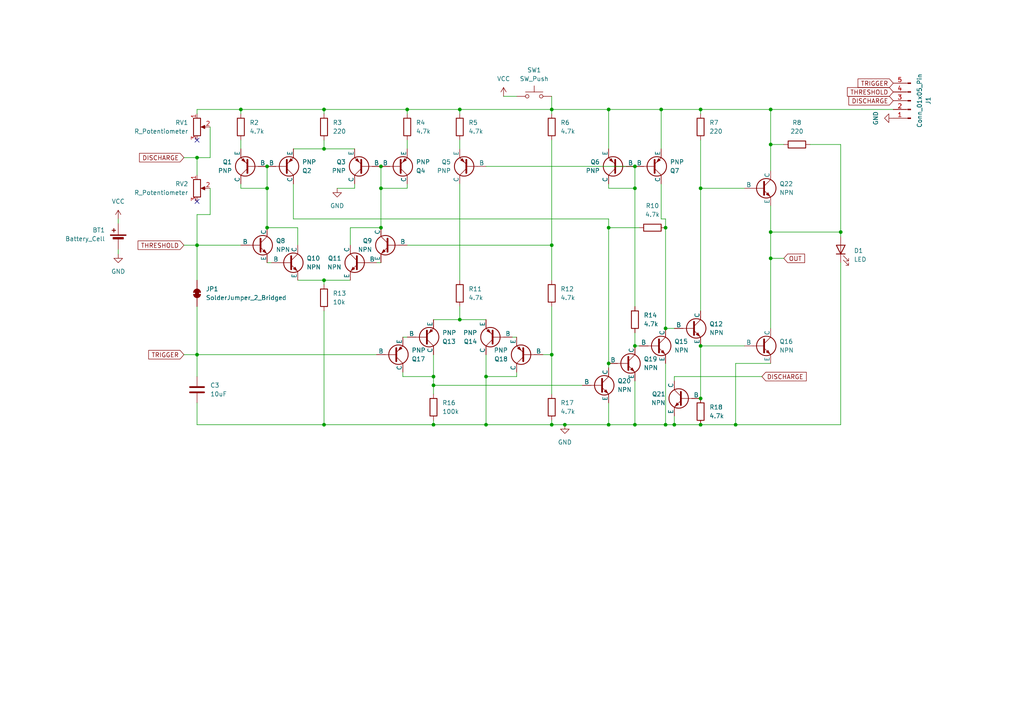
<source format=kicad_sch>
(kicad_sch (version 20250114) (generator "eeschema") (generator_version "9.0")
  (paper "A4")
  (title_block (title "Open555") (date "2025-03-26") (rev "V1.2") (company "Hack Club (cheyao)") (comment 1 "Example project for https://github.com/hackclub/solder") (comment 2 "An 555 IC made with hand soldered transistors"))
  (lib_symbols
    (symbol "Connector:Conn_01x05_Pin" (pin_names (offset 1.016) (hide yes))
      (property "Reference" "J" (at 0 7.62 0))
      (property "Value" "Conn_01x05_Pin" (at 0 -7.62 0))
      (symbol "Conn_01x05_Pin_1_1"
        (rectangle (start 0.8636 5.207) (end 0 4.953) (stroke (width 0.1524)) (fill (type outline)))
        (rectangle (start 0.8636 2.667) (end 0 2.413) (stroke (width 0.1524)) (fill (type outline)))
        (rectangle (start 0.8636 0.127) (end 0 -0.127) (stroke (width 0.1524)) (fill (type outline)))
        (rectangle (start 0.8636 -2.413) (end 0 -2.667) (stroke (width 0.1524)) (fill (type outline)))
        (rectangle (start 0.8636 -4.953) (end 0 -5.207) (stroke (width 0.1524)) (fill (type outline)))
        (polyline (pts (xy 1.27 5.08) (xy 0.8636 5.08)) (stroke (width 0.1524)))
        (polyline (pts (xy 1.27 2.54) (xy 0.8636 2.54)) (stroke (width 0.1524)))
        (polyline (pts (xy 1.27 0) (xy 0.8636 0)) (stroke (width 0.1524)))
        (polyline (pts (xy 1.27 -2.54) (xy 0.8636 -2.54)) (stroke (width 0.1524)))
        (polyline (pts (xy 1.27 -5.08) (xy 0.8636 -5.08)) (stroke (width 0.1524)))
        (pin passive line (at 5.08 5.08 180) (length 3.81) (name "Pin_1") (number "1"))
        (pin passive line (at 5.08 2.54 180) (length 3.81) (name "Pin_2") (number "2"))
        (pin passive line (at 5.08 0 180) (length 3.81) (name "Pin_3") (number "3"))
        (pin passive line (at 5.08 -2.54 180) (length 3.81) (name "Pin_4") (number "4"))
        (pin passive line (at 5.08 -5.08 180) (length 3.81) (name "Pin_5") (number "5"))
      )
    )
    (symbol "Device:Battery_Cell" (pin_numbers (hide yes)) (pin_names (offset 0) (hide yes))
      (property "Reference" "BT" (at 2.54 2.54 0))
      (property "Value" "Battery_Cell" (at 2.54 0 0))
      (symbol "Battery_Cell_0_1"
        (rectangle (start -2.286 1.778) (end 2.286 1.524) (fill (type outline)))
        (rectangle (start -1.524 1.016) (end 1.524 0.508) (fill (type outline)))
        (polyline (pts (xy 0 1.778) (xy 0 2.54)))
        (polyline (pts (xy 0 0.762) (xy 0 0)))
        (polyline (pts (xy 0.762 3.048) (xy 1.778 3.048)) (stroke (width 0.254)))
        (polyline (pts (xy 1.27 3.556) (xy 1.27 2.54)) (stroke (width 0.254)))
      )
      (symbol "Battery_Cell_1_1"
        (pin passive line (at 0 5.08 270) (length 2.54) (name "+") (number "1"))
        (pin passive line (at 0 -2.54 90) (length 2.54) (name "-") (number "2"))
      )
    )
    (symbol "Device:C" (pin_numbers (hide yes)) (pin_names (offset 0.254))
      (property "Reference" "C" (at 0.635 2.54 0))
      (property "Value" "C" (at 0.635 -2.54 0))
      (symbol "C_0_1"
        (polyline (pts (xy -2.032 0.762) (xy 2.032 0.762)) (stroke (width 0.508)))
        (polyline (pts (xy -2.032 -0.762) (xy 2.032 -0.762)) (stroke (width 0.508)))
      )
      (symbol "C_1_1"
        (pin passive line (at 0 3.81 270) (length 2.794) (name "~") (number "1"))
        (pin passive line (at 0 -3.81 90) (length 2.794) (name "~") (number "2"))
      )
    )
    (symbol "Device:LED" (pin_numbers (hide yes)) (pin_names (offset 1.016) (hide yes))
      (property "Reference" "D" (at 0 2.54 0))
      (property "Value" "LED" (at 0 -2.54 0))
      (symbol "LED_0_1"
        (polyline (pts (xy -3.048 -0.762) (xy -4.572 -2.286) (xy -3.81 -2.286) (xy -4.572 -2.286) (xy -4.572 -1.524)))
        (polyline (pts (xy -1.778 -0.762) (xy -3.302 -2.286) (xy -2.54 -2.286) (xy -3.302 -2.286) (xy -3.302 -1.524)))
        (polyline (pts (xy -1.27 0) (xy 1.27 0)))
        (polyline (pts (xy -1.27 -1.27) (xy -1.27 1.27)) (stroke (width 0.254)))
        (polyline (pts (xy 1.27 -1.27) (xy 1.27 1.27) (xy -1.27 0) (xy 1.27 -1.27)) (stroke (width 0.254)))
      )
      (symbol "LED_1_1"
        (pin passive line (at -3.81 0 0) (length 2.54) (name "K") (number "1"))
        (pin passive line (at 3.81 0 180) (length 2.54) (name "A") (number "2"))
      )
    )
    (symbol "Device:R" (pin_numbers (hide yes)) (pin_names (offset 0))
      (property "Reference" "R" (at 2.032 0 90))
      (property "Value" "R" (at 0 0 90))
      (symbol "R_0_1"
        (rectangle (start -1.016 -2.54) (end 1.016 2.54) (stroke (width 0.254)))
      )
      (symbol "R_1_1"
        (pin passive line (at 0 3.81 270) (length 1.27) (name "~") (number "1"))
        (pin passive line (at 0 -3.81 90) (length 1.27) (name "~") (number "2"))
      )
    )
    (symbol "Device:R_Potentiometer" (pin_names (offset 1.016) (hide yes))
      (property "Reference" "RV" (at -4.445 0 90))
      (property "Value" "R_Potentiometer" (at -2.54 0 90))
      (symbol "R_Potentiometer_0_1"
        (rectangle (start 1.016 2.54) (end -1.016 -2.54) (stroke (width 0.254)))
        (polyline (pts (xy 1.143 0) (xy 2.286 0.508) (xy 2.286 -0.508) (xy 1.143 0)) (fill (type outline)))
        (polyline (pts (xy 2.54 0) (xy 1.524 0)))
      )
      (symbol "R_Potentiometer_1_1"
        (pin passive line (at 0 3.81 270) (length 1.27) (name "1") (number "1"))
        (pin passive line (at 0 -3.81 90) (length 1.27) (name "3") (number "3"))
        (pin passive line (at 3.81 0 180) (length 1.27) (name "2") (number "2"))
      )
    )
    (symbol "Jumper:SolderJumper_2_Bridged" (pin_numbers (hide yes)) (pin_names (offset 0) (hide yes)) (exclude_from_sim yes) (in_bom no)
      (property "Reference" "JP" (at 0 2.032 0))
      (property "Value" "SolderJumper_2_Bridged" (at 0 -2.54 0))
      (symbol "SolderJumper_2_Bridged_0_1"
        (rectangle (start -0.508 0.508) (end 0.508 -0.508) (fill (type outline)))
        (polyline (pts (xy -0.254 1.016) (xy -0.254 -1.016)))
        (arc (start -0.254 -1.016) (mid -1.2656 0) (end -0.254 1.016))
        (arc (start -0.254 -1.016) (mid -1.2656 0) (end -0.254 1.016) (fill (type outline)))
        (arc (start 0.254 1.016) (mid 1.2656 0) (end 0.254 -1.016))
        (arc (start 0.254 1.016) (mid 1.2656 0) (end 0.254 -1.016) (fill (type outline)))
        (polyline (pts (xy 0.254 1.016) (xy 0.254 -1.016)))
      )
      (symbol "SolderJumper_2_Bridged_1_1"
        (pin passive line (at -3.81 0 0) (length 2.54) (name "A") (number "1"))
        (pin passive line (at 3.81 0 180) (length 2.54) (name "B") (number "2"))
      )
    )
    (symbol "Simulation_SPICE:NPN" (pin_numbers (hide yes)) (pin_names (offset 0))
      (property "Reference" "Q" (at -2.54 7.62 0))
      (property "Value" "NPN" (at -2.54 5.08 0))
      (symbol "NPN_0_1"
        (polyline (pts (xy -2.54 0) (xy 0.635 0)) (stroke (width 0.1524)))
        (polyline (pts (xy 0.635 1.905) (xy 0.635 -1.905) (xy 0.635 -1.905)) (stroke (width 0.508)))
        (polyline (pts (xy 0.635 0.635) (xy 2.54 2.54)))
        (polyline (pts (xy 0.635 -0.635) (xy 2.54 -2.54) (xy 2.54 -2.54)))
        (circle (center 1.27 0) (radius 2.8194) (stroke (width 0.254)))
        (polyline (pts (xy 1.27 -1.778) (xy 1.778 -1.27) (xy 2.286 -2.286) (xy 1.27 -1.778) (xy 1.27 -1.778)) (fill (type outline)))
        (polyline (pts (xy 2.794 -1.27) (xy 2.794 -1.27)) (stroke (width 0.1524)))
        (polyline (pts (xy 2.794 -1.27) (xy 2.794 -1.27)) (stroke (width 0.1524)))
      )
      (symbol "NPN_1_1"
        (pin input line (at -5.08 0 0) (length 2.54) (name "B") (number "2"))
        (pin open_collector line (at 2.54 5.08 270) (length 2.54) (name "C") (number "1"))
        (pin open_emitter line (at 2.54 -5.08 90) (length 2.54) (name "E") (number "3"))
      )
    )
    (symbol "Simulation_SPICE:PNP" (pin_numbers (hide yes)) (pin_names (offset 0))
      (property "Reference" "Q" (at -2.54 7.62 0))
      (property "Value" "PNP" (at -2.54 5.08 0))
      (symbol "PNP_0_1"
        (polyline (pts (xy -2.54 0) (xy 0.635 0)) (stroke (width 0.1524)))
        (polyline (pts (xy 0.635 1.905) (xy 0.635 -1.905) (xy 0.635 -1.905)) (stroke (width 0.508)))
        (polyline (pts (xy 0.635 0.635) (xy 2.54 2.54)))
        (polyline (pts (xy 0.635 -0.635) (xy 2.54 -2.54) (xy 2.54 -2.54)))
        (circle (center 1.27 0) (radius 2.8194) (stroke (width 0.254)))
        (polyline (pts (xy 2.286 -1.778) (xy 1.778 -2.286) (xy 1.27 -1.27) (xy 2.286 -1.778) (xy 2.286 -1.778)) (fill (type outline)))
      )
      (symbol "PNP_1_1"
        (pin input line (at -5.08 0 0) (length 2.54) (name "B") (number "2"))
        (pin open_collector line (at 2.54 5.08 270) (length 2.54) (name "C") (number "1"))
        (pin open_emitter line (at 2.54 -5.08 90) (length 2.54) (name "E") (number "3"))
      )
    )
    (symbol "Switch:SW_Push" (pin_numbers (hide yes)) (pin_names (offset 1.016) (hide yes))
      (property "Reference" "SW" (at 1.27 2.54 0))
      (property "Value" "SW_Push" (at 0 -1.524 0))
      (symbol "SW_Push_0_1"
        (circle (center -2.032 0) (radius 0.508))
        (polyline (pts (xy 0 1.27) (xy 0 3.048)))
        (circle (center 2.032 0) (radius 0.508))
        (polyline (pts (xy 2.54 1.27) (xy -2.54 1.27)))
        (pin passive line (at -5.08 0 0) (length 2.54) (name "1") (number "1"))
        (pin passive line (at 5.08 0 180) (length 2.54) (name "2") (number "2"))
      )
    )
    (symbol "power:GND" (power) (pin_numbers (hide yes)) (pin_names (offset 0) (hide yes))
      (property "Value" "GND" (at 0 -3.81 0))
      (symbol "GND_0_1"
        (polyline (pts (xy 0 0) (xy 0 -1.27) (xy 1.27 -1.27) (xy 0 -2.54) (xy -1.27 -1.27) (xy 0 -1.27)))
      )
      (symbol "GND_1_1"
        (pin power_in line (at 0 0 270) (length 0) (name "~") (number "1"))
      )
    )
    (symbol "power:VCC" (power) (pin_numbers (hide yes)) (pin_names (offset 0) (hide yes))
      (property "Value" "VCC" (at 0 3.556 0))
      (symbol "VCC_0_1"
        (polyline (pts (xy -0.762 1.27) (xy 0 2.54)))
        (polyline (pts (xy 0 2.54) (xy 0.762 1.27)))
        (polyline (pts (xy 0 0) (xy 0 2.54)))
      )
      (symbol "VCC_1_1"
        (pin power_in line (at 0 0 90) (length 0) (name "~") (number "1"))
      )
    )
  )
  (junction (at 203.2 115.57))
  (junction (at 203.2 54.61))
  (junction (at 160.02 71.12))
  (junction (at 69.85 31.75))
  (junction (at 203.2 123.19))
  (junction (at 160.02 31.75))
  (junction (at 193.04 123.19))
  (junction (at 160.02 102.87))
  (junction (at 57.15 102.87))
  (junction (at 184.15 54.61))
  (junction (at 77.47 66.04))
  (junction (at 223.52 74.93))
  (junction (at 223.52 41.91))
  (junction (at 77.47 54.61))
  (junction (at 191.77 31.75))
  (junction (at 223.52 31.75))
  (junction (at 57.15 71.12))
  (junction (at 110.49 48.26))
  (junction (at 133.35 92.71))
  (junction (at 133.35 31.75))
  (junction (at 184.15 100.33))
  (junction (at 184.15 48.26))
  (junction (at 176.53 123.19))
  (junction (at 203.2 100.33))
  (junction (at 163.83 123.19))
  (junction (at 184.15 123.19))
  (junction (at 140.97 109.22))
  (junction (at 160.02 123.19))
  (junction (at 176.53 31.75))
  (junction (at 140.97 123.19))
  (junction (at 125.73 111.76))
  (junction (at 243.84 67.31))
  (junction (at 193.04 95.25))
  (junction (at 193.04 66.04))
  (junction (at 176.53 105.41))
  (junction (at 125.73 123.19))
  (junction (at 77.47 48.26))
  (junction (at 213.36 123.19))
  (junction (at 195.58 123.19))
  (junction (at 203.2 31.75))
  (junction (at 223.52 67.31))
  (junction (at 93.98 43.18))
  (junction (at 57.15 45.72))
  (junction (at 93.98 123.19))
  (junction (at 93.98 81.28))
  (junction (at 176.53 66.04))
  (junction (at 125.73 109.22))
  (junction (at 110.49 54.61))
  (junction (at 110.49 66.04))
  (junction (at 93.98 31.75))
  (junction (at 118.11 31.75))
  (no_connect (at 57.15 58.42))
  (no_connect (at 57.15 40.64))
  (wire (pts (xy 160.02 27.94) (xy 160.02 31.75)))
  (wire (pts (xy 195.58 120.65) (xy 195.58 123.19)))
  (wire (pts (xy 53.34 71.12) (xy 57.15 71.12)))
  (wire (pts (xy 203.2 31.75) (xy 203.2 33.02)))
  (wire (pts (xy 118.11 31.75) (xy 118.11 33.02)))
  (wire (pts (xy 133.35 88.9) (xy 133.35 92.71)))
  (wire (pts (xy 176.53 31.75) (xy 191.77 31.75)))
  (wire (pts (xy 213.36 105.41) (xy 213.36 123.19)))
  (wire (pts (xy 93.98 33.02) (xy 93.98 31.75)))
  (wire (pts (xy 243.84 41.91) (xy 234.95 41.91)))
  (wire (pts (xy 149.86 107.95) (xy 149.86 109.22)))
  (wire (pts (xy 125.73 109.22) (xy 125.73 102.87)))
  (wire (pts (xy 243.84 76.2) (xy 243.84 123.19)))
  (wire (pts (xy 101.6 66.04) (xy 110.49 66.04)))
  (wire (pts (xy 133.35 33.02) (xy 133.35 31.75)))
  (wire (pts (xy 203.2 100.33) (xy 215.9 100.33)))
  (wire (pts (xy 57.15 45.72) (xy 57.15 50.8)))
  (wire (pts (xy 93.98 123.19) (xy 125.73 123.19)))
  (wire (pts (xy 160.02 31.75) (xy 160.02 33.02)))
  (wire (pts (xy 57.15 31.75) (xy 69.85 31.75)))
  (wire (pts (xy 77.47 76.2) (xy 78.74 76.2)))
  (wire (pts (xy 85.09 63.5) (xy 85.09 53.34)))
  (wire (pts (xy 184.15 110.49) (xy 184.15 123.19)))
  (wire (pts (xy 140.97 48.26) (xy 184.15 48.26)))
  (wire (pts (xy 193.04 95.25) (xy 193.04 66.04)))
  (wire (pts (xy 34.29 72.39) (xy 34.29 73.66)))
  (wire (pts (xy 57.15 88.9) (xy 57.15 102.87)))
  (wire (pts (xy 160.02 123.19) (xy 163.83 123.19)))
  (wire (pts (xy 60.96 62.23) (xy 57.15 62.23)))
  (wire (pts (xy 160.02 31.75) (xy 176.53 31.75)))
  (wire (pts (xy 125.73 111.76) (xy 168.91 111.76)))
  (wire (pts (xy 140.97 109.22) (xy 140.97 123.19)))
  (wire (pts (xy 176.53 54.61) (xy 176.53 53.34)))
  (wire (pts (xy 93.98 81.28) (xy 101.6 81.28)))
  (wire (pts (xy 191.77 63.5) (xy 191.77 53.34)))
  (wire (pts (xy 86.36 66.04) (xy 77.47 66.04)))
  (wire (pts (xy 223.52 67.31) (xy 223.52 74.93)))
  (wire (pts (xy 160.02 88.9) (xy 160.02 102.87)))
  (wire (pts (xy 101.6 71.12) (xy 101.6 66.04)))
  (wire (pts (xy 53.34 45.72) (xy 57.15 45.72)))
  (wire (pts (xy 69.85 31.75) (xy 93.98 31.75)))
  (wire (pts (xy 57.15 102.87) (xy 57.15 109.22)))
  (wire (pts (xy 60.96 54.61) (xy 60.96 62.23)))
  (wire (pts (xy 223.52 95.25) (xy 223.52 74.93)))
  (wire (pts (xy 223.52 41.91) (xy 223.52 49.53)))
  (wire (pts (xy 69.85 40.64) (xy 69.85 43.18)))
  (wire (pts (xy 69.85 54.61) (xy 69.85 53.34)))
  (wire (pts (xy 193.04 95.25) (xy 195.58 95.25)))
  (wire (pts (xy 86.36 71.12) (xy 86.36 66.04)))
  (wire (pts (xy 34.29 63.5) (xy 34.29 64.77)))
  (wire (pts (xy 184.15 96.52) (xy 184.15 100.33)))
  (wire (pts (xy 223.52 31.75) (xy 223.52 41.91)))
  (wire (pts (xy 118.11 31.75) (xy 133.35 31.75)))
  (wire (pts (xy 160.02 102.87) (xy 157.48 102.87)))
  (wire (pts (xy 149.86 97.79) (xy 148.59 97.79)))
  (wire (pts (xy 85.09 43.18) (xy 93.98 43.18)))
  (wire (pts (xy 116.84 97.79) (xy 118.11 97.79)))
  (wire (pts (xy 146.05 27.94) (xy 149.86 27.94)))
  (wire (pts (xy 176.53 66.04) (xy 176.53 105.41)))
  (wire (pts (xy 110.49 48.26) (xy 110.49 54.61)))
  (wire (pts (xy 133.35 53.34) (xy 133.35 81.28)))
  (wire (pts (xy 195.58 123.19) (xy 203.2 123.19)))
  (wire (pts (xy 193.04 66.04) (xy 193.04 63.5)))
  (wire (pts (xy 57.15 102.87) (xy 109.22 102.87)))
  (wire (pts (xy 93.98 90.17) (xy 93.98 123.19)))
  (wire (pts (xy 163.83 123.19) (xy 176.53 123.19)))
  (wire (pts (xy 57.15 71.12) (xy 57.15 81.28)))
  (wire (pts (xy 60.96 45.72) (xy 57.15 45.72)))
  (wire (pts (xy 118.11 40.64) (xy 118.11 43.18)))
  (wire (pts (xy 118.11 71.12) (xy 160.02 71.12)))
  (wire (pts (xy 176.53 63.5) (xy 176.53 66.04)))
  (wire (pts (xy 125.73 109.22) (xy 125.73 111.76)))
  (wire (pts (xy 203.2 100.33) (xy 203.2 115.57)))
  (wire (pts (xy 140.97 123.19) (xy 160.02 123.19)))
  (wire (pts (xy 125.73 111.76) (xy 125.73 114.3)))
  (wire (pts (xy 243.84 41.91) (xy 243.84 67.31)))
  (wire (pts (xy 93.98 31.75) (xy 118.11 31.75)))
  (wire (pts (xy 160.02 123.19) (xy 160.02 121.92)))
  (wire (pts (xy 191.77 31.75) (xy 191.77 43.18)))
  (wire (pts (xy 176.53 116.84) (xy 176.53 123.19)))
  (wire (pts (xy 195.58 109.22) (xy 220.98 109.22)))
  (wire (pts (xy 57.15 62.23) (xy 57.15 71.12)))
  (wire (pts (xy 57.15 123.19) (xy 57.15 116.84)))
  (wire (pts (xy 69.85 31.75) (xy 69.85 33.02)))
  (wire (pts (xy 93.98 40.64) (xy 93.98 43.18)))
  (wire (pts (xy 215.9 54.61) (xy 203.2 54.61)))
  (wire (pts (xy 160.02 81.28) (xy 160.02 71.12)))
  (wire (pts (xy 93.98 43.18) (xy 102.87 43.18)))
  (wire (pts (xy 116.84 109.22) (xy 125.73 109.22)))
  (wire (pts (xy 140.97 102.87) (xy 140.97 109.22)))
  (wire (pts (xy 140.97 109.22) (xy 149.86 109.22)))
  (wire (pts (xy 93.98 81.28) (xy 93.98 82.55)))
  (wire (pts (xy 77.47 48.26) (xy 77.47 54.61)))
  (wire (pts (xy 110.49 76.2) (xy 109.22 76.2)))
  (wire (pts (xy 85.09 63.5) (xy 176.53 63.5)))
  (wire (pts (xy 193.04 123.19) (xy 184.15 123.19)))
  (wire (pts (xy 195.58 109.22) (xy 195.58 110.49)))
  (wire (pts (xy 110.49 54.61) (xy 110.49 66.04)))
  (wire (pts (xy 176.53 43.18) (xy 176.53 31.75)))
  (wire (pts (xy 203.2 123.19) (xy 213.36 123.19)))
  (wire (pts (xy 102.87 54.61) (xy 102.87 53.34)))
  (wire (pts (xy 125.73 92.71) (xy 133.35 92.71)))
  (wire (pts (xy 223.52 105.41) (xy 213.36 105.41)))
  (wire (pts (xy 184.15 54.61) (xy 176.53 54.61)))
  (wire (pts (xy 176.53 105.41) (xy 176.53 106.68)))
  (wire (pts (xy 213.36 123.19) (xy 243.84 123.19)))
  (wire (pts (xy 86.36 81.28) (xy 93.98 81.28)))
  (wire (pts (xy 140.97 123.19) (xy 125.73 123.19)))
  (wire (pts (xy 133.35 92.71) (xy 140.97 92.71)))
  (wire (pts (xy 118.11 53.34) (xy 118.11 54.61)))
  (wire (pts (xy 69.85 54.61) (xy 77.47 54.61)))
  (wire (pts (xy 227.33 74.93) (xy 223.52 74.93)))
  (wire (pts (xy 60.96 36.83) (xy 60.96 45.72)))
  (wire (pts (xy 116.84 107.95) (xy 116.84 109.22)))
  (wire (pts (xy 184.15 100.33) (xy 185.42 100.33)))
  (wire (pts (xy 227.33 41.91) (xy 223.52 41.91)))
  (wire (pts (xy 93.98 123.19) (xy 57.15 123.19)))
  (wire (pts (xy 223.52 31.75) (xy 203.2 31.75)))
  (wire (pts (xy 191.77 31.75) (xy 203.2 31.75)))
  (wire (pts (xy 57.15 71.12) (xy 69.85 71.12)))
  (wire (pts (xy 97.79 54.61) (xy 102.87 54.61)))
  (wire (pts (xy 125.73 123.19) (xy 125.73 121.92)))
  (wire (pts (xy 193.04 63.5) (xy 191.77 63.5)))
  (wire (pts (xy 193.04 105.41) (xy 193.04 123.19)))
  (wire (pts (xy 133.35 31.75) (xy 160.02 31.75)))
  (wire (pts (xy 176.53 66.04) (xy 185.42 66.04)))
  (wire (pts (xy 203.2 54.61) (xy 203.2 90.17)))
  (wire (pts (xy 133.35 40.64) (xy 133.35 43.18)))
  (wire (pts (xy 223.52 31.75) (xy 259.08 31.75)))
  (wire (pts (xy 160.02 114.3) (xy 160.02 102.87)))
  (wire (pts (xy 223.52 59.69) (xy 223.52 67.31)))
  (wire (pts (xy 243.84 68.58) (xy 243.84 67.31)))
  (wire (pts (xy 223.52 67.31) (xy 243.84 67.31)))
  (wire (pts (xy 193.04 123.19) (xy 195.58 123.19)))
  (wire (pts (xy 118.11 54.61) (xy 110.49 54.61)))
  (wire (pts (xy 57.15 33.02) (xy 57.15 31.75)))
  (wire (pts (xy 184.15 54.61) (xy 184.15 88.9)))
  (wire (pts (xy 184.15 48.26) (xy 184.15 54.61)))
  (wire (pts (xy 184.15 123.19) (xy 176.53 123.19)))
  (wire (pts (xy 77.47 54.61) (xy 77.47 66.04)))
  (wire (pts (xy 160.02 71.12) (xy 160.02 40.64)))
  (wire (pts (xy 203.2 40.64) (xy 203.2 54.61)))
  (wire (pts (xy 53.34 102.87) (xy 57.15 102.87)))
  (global_label "THRESHOLD" (shape input) (at 53.34 71.12 180) (property "Intersheetrefs" "${INTERSHEET_REFS}" (effects (hide yes))))
  (global_label "DISCHARGE" (shape input) (at 259.08 29.21 180) (property "Intersheetrefs" "${INTERSHEET_REFS}" (effects (hide yes))))
  (global_label "OUT" (shape input) (at 227.33 74.93 0) (property "Intersheetrefs" "${INTERSHEET_REFS}" (effects (hide yes))))
  (global_label "DISCHARGE" (shape input) (at 220.98 109.22 0) (property "Intersheetrefs" "${INTERSHEET_REFS}" (effects (hide yes))))
  (global_label "TRIGGER" (shape input) (at 259.08 24.13 180) (property "Intersheetrefs" "${INTERSHEET_REFS}" (effects (hide yes))))
  (global_label "THRESHOLD" (shape input) (at 259.08 26.67 180) (property "Intersheetrefs" "${INTERSHEET_REFS}" (effects (hide yes))))
  (global_label "DISCHARGE" (shape input) (at 53.34 45.72 180) (property "Intersheetrefs" "${INTERSHEET_REFS}" (effects (hide yes))))
  (global_label "TRIGGER" (shape input) (at 53.34 102.87 180) (property "Intersheetrefs" "${INTERSHEET_REFS}" (effects (hide yes))))
  (symbol (lib_id "Device:R") (at 160.02 118.11 0) (unit 1)
    (property "Reference" "R17" (at 162.56 116.8399 0) (effects (justify left)))
    (property "Value" "4.7k" (at 162.56 119.3799 0) (effects (justify left)))
    (property "Footprint" "Resistor_THT:R_Axial_DIN0207_L6.3mm_D2.5mm_P7.62mm_Horizontal" (effects (hide yes)))
    (property "Description" "Resistor" (effects (hide yes)))
  )
  (symbol (lib_id "Device:R") (at 160.02 85.09 0) (unit 1)
    (property "Reference" "R12" (at 162.56 83.8199 0) (effects (justify left)))
    (property "Value" "4.7k" (at 162.56 86.3599 0) (effects (justify left)))
    (property "Footprint" "Resistor_THT:R_Axial_DIN0207_L6.3mm_D2.5mm_P7.62mm_Horizontal" (effects (hide yes)))
    (property "Description" "Resistor" (effects (hide yes)))
  )
  (symbol (lib_id "Jumper:SolderJumper_2_Bridged") (at 57.15 85.09 90) (unit 1) (exclude_from_sim yes) (in_bom no)
    (property "Reference" "JP1" (at 59.69 83.8199 90) (effects (justify right)))
    (property "Value" "SolderJumper_2_Bridged" (at 59.69 86.3599 90) (effects (justify right)))
    (property "Footprint" "Jumper:SolderJumper-2_P1.3mm_Bridged2Bar_RoundedPad1.0x1.5mm" (effects (hide yes)))
    (property "Description" "Solder Jumper, 2-pole, closed/bridged" (effects (hide yes)))
  )
  (symbol (lib_id "Simulation_SPICE:NPN") (at 220.98 100.33 0) (unit 1)
    (property "Reference" "Q16" (at 226.06 99.0599 0) (effects (justify left)))
    (property "Value" "NPN" (at 226.06 101.5999 0) (effects (justify left)))
    (property "Footprint" "Package_TO_SOT_THT:TO-92L_HandSolder" (effects (hide yes)))
    (property "Datasheet" "https://ngspice.sourceforge.io/docs/ngspice-html-manual/manual.xhtml#cha_BJTs" (effects (hide yes)))
    (property "Description" "Bipolar transistor symbol for simulation only, substrate tied to the emitter" (effects (hide yes)))
    (property "Sim.Device" "NPN" (effects (hide yes)))
    (property "Sim.Type" "GUMMELPOON" (effects (hide yes)))
    (property "Sim.Pins" "1=C 2=B 3=E" (effects (hide yes)))
  )
  (symbol (lib_id "Device:R") (at 125.73 118.11 0) (unit 1)
    (property "Reference" "R16" (at 128.27 116.8399 0) (effects (justify left)))
    (property "Value" "100k" (at 128.27 119.3799 0) (effects (justify left)))
    (property "Footprint" "Resistor_THT:R_Axial_DIN0207_L6.3mm_D2.5mm_P7.62mm_Horizontal" (effects (hide yes)))
    (property "Description" "Resistor" (effects (hide yes)))
  )
  (symbol (lib_id "Device:R") (at 133.35 85.09 0) (unit 1)
    (property "Reference" "R11" (at 135.89 83.8199 0) (effects (justify left)))
    (property "Value" "4.7k" (at 135.89 86.3599 0) (effects (justify left)))
    (property "Footprint" "Resistor_THT:R_Axial_DIN0207_L6.3mm_D2.5mm_P7.62mm_Horizontal" (effects (hide yes)))
    (property "Description" "Resistor" (effects (hide yes)))
  )
  (symbol (lib_id "Simulation_SPICE:PNP") (at 143.51 97.79 180) (unit 1)
    (property "Reference" "Q14" (at 138.43 99.0601 0) (effects (justify left)))
    (property "Value" "PNP" (at 138.43 96.5201 0) (effects (justify left)))
    (property "Footprint" "Package_TO_SOT_THT:TO-92L_HandSolder" (effects (hide yes)))
    (property "Datasheet" "https://ngspice.sourceforge.io/docs/ngspice-html-manual/manual.xhtml#cha_BJTs" (effects (hide yes)))
    (property "Description" "Bipolar transistor symbol for simulation only, substrate tied to the emitter" (effects (hide yes)))
    (property "Sim.Device" "PNP" (effects (hide yes)))
    (property "Sim.Type" "GUMMELPOON" (effects (hide yes)))
    (property "Sim.Pins" "1=C 2=B 3=E" (effects (hide yes)))
  )
  (symbol (lib_id "Simulation_SPICE:PNP") (at 114.3 102.87 0) (mirror x) (unit 1)
    (property "Reference" "Q17" (at 119.38 104.1401 0) (effects (justify left)))
    (property "Value" "PNP" (at 119.38 101.6001 0) (effects (justify left)))
    (property "Footprint" "Package_TO_SOT_THT:TO-92L_HandSolder" (effects (hide yes)))
    (property "Datasheet" "https://ngspice.sourceforge.io/docs/ngspice-html-manual/manual.xhtml#cha_BJTs" (effects (hide yes)))
    (property "Description" "Bipolar transistor symbol for simulation only, substrate tied to the emitter" (effects (hide yes)))
    (property "Sim.Device" "PNP" (effects (hide yes)))
    (property "Sim.Type" "GUMMELPOON" (effects (hide yes)))
    (property "Sim.Pins" "1=C 2=B 3=E" (effects (hide yes)))
  )
  (symbol (lib_id "Device:R") (at 203.2 36.83 180) (unit 1)
    (property "Reference" "R7" (at 205.74 35.5599 0) (effects (justify right)))
    (property "Value" "220" (at 205.74 38.0999 0) (effects (justify right)))
    (property "Footprint" "Resistor_THT:R_Axial_DIN0207_L6.3mm_D2.5mm_P7.62mm_Horizontal" (effects (hide yes)))
    (property "Description" "Resistor" (effects (hide yes)))
  )
  (symbol (lib_id "Device:C") (at 57.15 113.03 0) (unit 1)
    (property "Reference" "C3" (at 60.96 111.7599 0) (effects (justify left)))
    (property "Value" "10uF" (at 60.96 114.2999 0) (effects (justify left)))
    (property "Footprint" "Capacitor_THT:CP_Radial_D8.0mm_P5.00mm" (effects (hide yes)))
    (property "Description" "Unpolarized capacitor" (effects (hide yes)))
  )
  (symbol (lib_id "Device:R") (at 203.2 119.38 0) (unit 1)
    (property "Reference" "R18" (at 205.74 118.1099 0) (effects (justify left)))
    (property "Value" "4.7k" (at 205.74 120.6499 0) (effects (justify left)))
    (property "Footprint" "Resistor_THT:R_Axial_DIN0207_L6.3mm_D2.5mm_P7.62mm_Horizontal" (effects (hide yes)))
    (property "Description" "Resistor" (effects (hide yes)))
  )
  (symbol (lib_id "Simulation_SPICE:NPN") (at 200.66 95.25 0) (unit 1)
    (property "Reference" "Q12" (at 205.74 93.9799 0) (effects (justify left)))
    (property "Value" "NPN" (at 205.74 96.5199 0) (effects (justify left)))
    (property "Footprint" "Package_TO_SOT_THT:TO-92L_HandSolder" (effects (hide yes)))
    (property "Datasheet" "https://ngspice.sourceforge.io/docs/ngspice-html-manual/manual.xhtml#cha_BJTs" (effects (hide yes)))
    (property "Description" "Bipolar transistor symbol for simulation only, substrate tied to the emitter" (effects (hide yes)))
    (property "Sim.Device" "NPN" (effects (hide yes)))
    (property "Sim.Type" "GUMMELPOON" (effects (hide yes)))
    (property "Sim.Pins" "1=C 2=B 3=E" (effects (hide yes)))
  )
  (symbol (lib_id "power:VCC") (at 34.29 63.5 0) (unit 1)
    (property "Reference" "#PWR05" (effects (hide yes)))
    (property "Value" "VCC" (at 34.29 58.42 0))
    (property "Description" "Power symbol creates a global label with name \"VCC\"" (effects (hide yes)))
  )
  (symbol (lib_id "Device:R") (at 93.98 86.36 0) (unit 1)
    (property "Reference" "R13" (at 96.52 85.0899 0) (effects (justify left)))
    (property "Value" "10k" (at 96.52 87.6299 0) (effects (justify left)))
    (property "Footprint" "Resistor_THT:R_Axial_DIN0207_L6.3mm_D2.5mm_P7.62mm_Horizontal" (effects (hide yes)))
    (property "Description" "Resistor" (effects (hide yes)))
  )
  (symbol (lib_id "Simulation_SPICE:NPN") (at 83.82 76.2 0) (unit 1)
    (property "Reference" "Q10" (at 88.9 74.9299 0) (effects (justify left)))
    (property "Value" "NPN" (at 88.9 77.4699 0) (effects (justify left)))
    (property "Footprint" "Package_TO_SOT_THT:TO-92L_HandSolder" (effects (hide yes)))
    (property "Datasheet" "https://ngspice.sourceforge.io/docs/ngspice-html-manual/manual.xhtml#cha_BJTs" (effects (hide yes)))
    (property "Description" "Bipolar transistor symbol for simulation only, substrate tied to the emitter" (effects (hide yes)))
    (property "Sim.Device" "NPN" (effects (hide yes)))
    (property "Sim.Type" "GUMMELPOON" (effects (hide yes)))
    (property "Sim.Pins" "1=C 2=B 3=E" (effects (hide yes)))
  )
  (symbol (lib_id "Device:R_Potentiometer") (at 57.15 54.61 0) (unit 1)
    (property "Reference" "RV2" (at 54.61 53.3399 0) (effects (justify right)))
    (property "Value" "R_Potentiometer" (at 54.61 55.8799 0) (effects (justify right)))
    (property "Footprint" "Potentiometer_THT:Potentiometer_Runtron_RM-065_Vertical" (effects (hide yes)))
    (property "Description" "Potentiometer" (effects (hide yes)))
  )
  (symbol (lib_id "Device:R") (at 133.35 36.83 0) (unit 1)
    (property "Reference" "R5" (at 135.89 35.5599 0) (effects (justify left)))
    (property "Value" "4.7k" (at 135.89 38.0999 0) (effects (justify left)))
    (property "Footprint" "Resistor_THT:R_Axial_DIN0207_L6.3mm_D2.5mm_P7.62mm_Horizontal" (effects (hide yes)))
    (property "Description" "Resistor" (effects (hide yes)))
  )
  (symbol (lib_id "power:GND") (at 259.08 34.29 270) (unit 1)
    (property "Reference" "#PWR04" (effects (hide yes)))
    (property "Value" "GND" (at 254 34.29 0))
    (property "Description" "Power symbol creates a global label with name \"GND\" , ground" (effects (hide yes)))
  )
  (symbol (lib_id "Device:R") (at 69.85 36.83 0) (unit 1)
    (property "Reference" "R2" (at 72.39 35.5599 0) (effects (justify left)))
    (property "Value" "4.7k" (at 72.39 38.0999 0) (effects (justify left)))
    (property "Footprint" "Resistor_THT:R_Axial_DIN0207_L6.3mm_D2.5mm_P7.62mm_Horizontal" (effects (hide yes)))
    (property "Description" "Resistor" (effects (hide yes)))
  )
  (symbol (lib_id "Device:R") (at 184.15 92.71 0) (unit 1)
    (property "Reference" "R14" (at 186.69 91.4399 0) (effects (justify left)))
    (property "Value" "4.7k" (at 186.69 93.9799 0) (effects (justify left)))
    (property "Footprint" "Resistor_THT:R_Axial_DIN0207_L6.3mm_D2.5mm_P7.62mm_Horizontal" (effects (hide yes)))
    (property "Description" "Resistor" (effects (hide yes)))
  )
  (symbol (lib_id "Simulation_SPICE:NPN") (at 190.5 100.33 0) (unit 1)
    (property "Reference" "Q15" (at 195.58 99.0599 0) (effects (justify left)))
    (property "Value" "NPN" (at 195.58 101.5999 0) (effects (justify left)))
    (property "Footprint" "Package_TO_SOT_THT:TO-92L_HandSolder" (effects (hide yes)))
    (property "Datasheet" "https://ngspice.sourceforge.io/docs/ngspice-html-manual/manual.xhtml#cha_BJTs" (effects (hide yes)))
    (property "Description" "Bipolar transistor symbol for simulation only, substrate tied to the emitter" (effects (hide yes)))
    (property "Sim.Device" "NPN" (effects (hide yes)))
    (property "Sim.Type" "GUMMELPOON" (effects (hide yes)))
    (property "Sim.Pins" "1=C 2=B 3=E" (effects (hide yes)))
  )
  (symbol (lib_id "Connector:Conn_01x05_Pin") (at 264.16 29.21 180) (unit 1)
    (property "Reference" "J1" (at 269.24 29.21 90))
    (property "Value" "Conn_01x05_Pin" (at 266.7 29.21 90))
    (property "Footprint" "Connector_PinHeader_2.54mm:PinHeader_1x05_P2.54mm_Vertical" (effects (hide yes)))
    (property "Description" "Generic connector, single row, 01x05, script generated" (effects (hide yes)))
  )
  (symbol (lib_id "Simulation_SPICE:PNP") (at 152.4 102.87 180) (unit 1)
    (property "Reference" "Q18" (at 147.32 104.1401 0) (effects (justify left)))
    (property "Value" "PNP" (at 147.32 101.6001 0) (effects (justify left)))
    (property "Footprint" "Package_TO_SOT_THT:TO-92L_HandSolder" (effects (hide yes)))
    (property "Datasheet" "https://ngspice.sourceforge.io/docs/ngspice-html-manual/manual.xhtml#cha_BJTs" (effects (hide yes)))
    (property "Description" "Bipolar transistor symbol for simulation only, substrate tied to the emitter" (effects (hide yes)))
    (property "Sim.Device" "PNP" (effects (hide yes)))
    (property "Sim.Type" "GUMMELPOON" (effects (hide yes)))
    (property "Sim.Pins" "1=C 2=B 3=E" (effects (hide yes)))
  )
  (symbol (lib_id "Simulation_SPICE:PNP") (at 179.07 48.26 180) (unit 1)
    (property "Reference" "Q6" (at 173.99 46.9899 0) (effects (justify left)))
    (property "Value" "PNP" (at 173.99 49.5299 0) (effects (justify left)))
    (property "Footprint" "Package_TO_SOT_THT:TO-92L_HandSolder" (effects (hide yes)))
    (property "Datasheet" "https://ngspice.sourceforge.io/docs/ngspice-html-manual/manual.xhtml#cha_BJTs" (effects (hide yes)))
    (property "Description" "Bipolar transistor symbol for simulation only, substrate tied to the emitter" (effects (hide yes)))
    (property "Sim.Device" "PNP" (effects (hide yes)))
    (property "Sim.Type" "GUMMELPOON" (effects (hide yes)))
    (property "Sim.Pins" "1=C 2=B 3=E" (effects (hide yes)))
  )
  (symbol (lib_id "Simulation_SPICE:PNP") (at 72.39 48.26 180) (unit 1)
    (property "Reference" "Q1" (at 67.31 46.9899 0) (effects (justify left)))
    (property "Value" "PNP" (at 67.31 49.5299 0) (effects (justify left)))
    (property "Footprint" "Package_TO_SOT_THT:TO-92L_HandSolder" (effects (hide yes)))
    (property "Datasheet" "https://ngspice.sourceforge.io/docs/ngspice-html-manual/manual.xhtml#cha_BJTs" (effects (hide yes)))
    (property "Description" "Bipolar transistor symbol for simulation only, substrate tied to the emitter" (effects (hide yes)))
    (property "Sim.Device" "PNP" (effects (hide yes)))
    (property "Sim.Type" "GUMMELPOON" (effects (hide yes)))
    (property "Sim.Pins" "1=C 2=B 3=E" (effects (hide yes)))
  )
  (symbol (lib_id "Simulation_SPICE:PNP") (at 189.23 48.26 0) (mirror x) (unit 1)
    (property "Reference" "Q7" (at 194.31 49.5301 0) (effects (justify left)))
    (property "Value" "PNP" (at 194.31 46.9901 0) (effects (justify left)))
    (property "Footprint" "Package_TO_SOT_THT:TO-92L_HandSolder" (effects (hide yes)))
    (property "Datasheet" "https://ngspice.sourceforge.io/docs/ngspice-html-manual/manual.xhtml#cha_BJTs" (effects (hide yes)))
    (property "Description" "Bipolar transistor symbol for simulation only, substrate tied to the emitter" (effects (hide yes)))
    (property "Sim.Device" "PNP" (effects (hide yes)))
    (property "Sim.Type" "GUMMELPOON" (effects (hide yes)))
    (property "Sim.Pins" "1=C 2=B 3=E" (effects (hide yes)))
  )
  (symbol (lib_id "Simulation_SPICE:PNP") (at 105.41 48.26 180) (unit 1)
    (property "Reference" "Q3" (at 100.33 46.9899 0) (effects (justify left)))
    (property "Value" "PNP" (at 100.33 49.5299 0) (effects (justify left)))
    (property "Footprint" "Package_TO_SOT_THT:TO-92L_HandSolder" (effects (hide yes)))
    (property "Datasheet" "https://ngspice.sourceforge.io/docs/ngspice-html-manual/manual.xhtml#cha_BJTs" (effects (hide yes)))
    (property "Description" "Bipolar transistor symbol for simulation only, substrate tied to the emitter" (effects (hide yes)))
    (property "Sim.Device" "PNP" (effects (hide yes)))
    (property "Sim.Type" "GUMMELPOON" (effects (hide yes)))
    (property "Sim.Pins" "1=C 2=B 3=E" (effects (hide yes)))
  )
  (symbol (lib_id "Simulation_SPICE:PNP") (at 135.89 48.26 180) (unit 1)
    (property "Reference" "Q5" (at 130.81 46.9899 0) (effects (justify left)))
    (property "Value" "PNP" (at 130.81 49.5299 0) (effects (justify left)))
    (property "Footprint" "Package_TO_SOT_THT:TO-92L_HandSolder" (effects (hide yes)))
    (property "Datasheet" "https://ngspice.sourceforge.io/docs/ngspice-html-manual/manual.xhtml#cha_BJTs" (effects (hide yes)))
    (property "Description" "Bipolar transistor symbol for simulation only, substrate tied to the emitter" (effects (hide yes)))
    (property "Sim.Device" "PNP" (effects (hide yes)))
    (property "Sim.Type" "GUMMELPOON" (effects (hide yes)))
    (property "Sim.Pins" "1=C 2=B 3=E" (effects (hide yes)))
  )
  (symbol (lib_id "power:GND") (at 34.29 73.66 0) (unit 1)
    (property "Reference" "#PWR06" (effects (hide yes)))
    (property "Value" "GND" (at 34.29 78.74 0))
    (property "Description" "Power symbol creates a global label with name \"GND\" , ground" (effects (hide yes)))
  )
  (symbol (lib_id "Simulation_SPICE:NPN") (at 113.03 71.12 0) (mirror y) (unit 1)
    (property "Reference" "Q9" (at 107.95 69.8499 0) (effects (justify left)))
    (property "Value" "NPN" (at 107.95 72.3899 0) (effects (justify left)))
    (property "Footprint" "Package_TO_SOT_THT:TO-92L_HandSolder" (effects (hide yes)))
    (property "Datasheet" "https://ngspice.sourceforge.io/docs/ngspice-html-manual/manual.xhtml#cha_BJTs" (effects (hide yes)))
    (property "Description" "Bipolar transistor symbol for simulation only, substrate tied to the emitter" (effects (hide yes)))
    (property "Sim.Device" "NPN" (effects (hide yes)))
    (property "Sim.Type" "GUMMELPOON" (effects (hide yes)))
    (property "Sim.Pins" "1=C 2=B 3=E" (effects (hide yes)))
  )
  (symbol (lib_id "power:GND") (at 97.79 54.61 0) (unit 1)
    (property "Reference" "#PWR02" (effects (hide yes)))
    (property "Value" "GND" (at 97.79 59.69 0))
    (property "Description" "Power symbol creates a global label with name \"GND\" , ground" (effects (hide yes)))
  )
  (symbol (lib_id "Simulation_SPICE:NPN") (at 220.98 54.61 0) (unit 1)
    (property "Reference" "Q22" (at 226.06 53.3399 0) (effects (justify left)))
    (property "Value" "NPN" (at 226.06 55.8799 0) (effects (justify left)))
    (property "Footprint" "Package_TO_SOT_THT:TO-92L_HandSolder" (effects (hide yes)))
    (property "Datasheet" "https://ngspice.sourceforge.io/docs/ngspice-html-manual/manual.xhtml#cha_BJTs" (effects (hide yes)))
    (property "Description" "Bipolar transistor symbol for simulation only, substrate tied to the emitter" (effects (hide yes)))
    (property "Sim.Device" "NPN" (effects (hide yes)))
    (property "Sim.Type" "GUMMELPOON" (effects (hide yes)))
    (property "Sim.Pins" "1=C 2=B 3=E" (effects (hide yes)))
  )
  (symbol (lib_id "Simulation_SPICE:NPN") (at 104.14 76.2 0) (mirror y) (unit 1)
    (property "Reference" "Q11" (at 99.06 74.9299 0) (effects (justify left)))
    (property "Value" "NPN" (at 99.06 77.4699 0) (effects (justify left)))
    (property "Footprint" "Package_TO_SOT_THT:TO-92L_HandSolder" (effects (hide yes)))
    (property "Datasheet" "https://ngspice.sourceforge.io/docs/ngspice-html-manual/manual.xhtml#cha_BJTs" (effects (hide yes)))
    (property "Description" "Bipolar transistor symbol for simulation only, substrate tied to the emitter" (effects (hide yes)))
    (property "Sim.Device" "NPN" (effects (hide yes)))
    (property "Sim.Type" "GUMMELPOON" (effects (hide yes)))
    (property "Sim.Pins" "1=C 2=B 3=E" (effects (hide yes)))
  )
  (symbol (lib_id "Simulation_SPICE:NPN") (at 181.61 105.41 0) (unit 1)
    (property "Reference" "Q19" (at 186.69 104.1399 0) (effects (justify left)))
    (property "Value" "NPN" (at 186.69 106.6799 0) (effects (justify left)))
    (property "Footprint" "Package_TO_SOT_THT:TO-92L_HandSolder" (effects (hide yes)))
    (property "Datasheet" "https://ngspice.sourceforge.io/docs/ngspice-html-manual/manual.xhtml#cha_BJTs" (effects (hide yes)))
    (property "Description" "Bipolar transistor symbol for simulation only, substrate tied to the emitter" (effects (hide yes)))
    (property "Sim.Device" "NPN" (effects (hide yes)))
    (property "Sim.Type" "GUMMELPOON" (effects (hide yes)))
    (property "Sim.Pins" "1=C 2=B 3=E" (effects (hide yes)))
  )
  (symbol (lib_id "Device:R_Potentiometer") (at 57.15 36.83 0) (unit 1)
    (property "Reference" "RV1" (at 54.61 35.5599 0) (effects (justify right)))
    (property "Value" "R_Potentiometer" (at 54.61 38.0999 0) (effects (justify right)))
    (property "Footprint" "Potentiometer_THT:Potentiometer_Runtron_RM-065_Vertical" (effects (hide yes)))
    (property "Description" "Potentiometer" (effects (hide yes)))
  )
  (symbol (lib_id "Device:R") (at 93.98 36.83 0) (unit 1)
    (property "Reference" "R3" (at 96.52 35.5599 0) (effects (justify left)))
    (property "Value" "220" (at 96.52 38.0999 0) (effects (justify left)))
    (property "Footprint" "Resistor_THT:R_Axial_DIN0207_L6.3mm_D2.5mm_P7.62mm_Horizontal" (effects (hide yes)))
    (property "Description" "Resistor" (effects (hide yes)))
  )
  (symbol (lib_id "Device:R") (at 118.11 36.83 0) (unit 1)
    (property "Reference" "R4" (at 120.65 35.5599 0) (effects (justify left)))
    (property "Value" "4.7k" (at 120.65 38.0999 0) (effects (justify left)))
    (property "Footprint" "Resistor_THT:R_Axial_DIN0207_L6.3mm_D2.5mm_P7.62mm_Horizontal" (effects (hide yes)))
    (property "Description" "Resistor" (effects (hide yes)))
  )
  (symbol (lib_id "Simulation_SPICE:NPN") (at 74.93 71.12 0) (unit 1)
    (property "Reference" "Q8" (at 80.01 69.8499 0) (effects (justify left)))
    (property "Value" "NPN" (at 80.01 72.3899 0) (effects (justify left)))
    (property "Footprint" "Package_TO_SOT_THT:TO-92L_HandSolder" (effects (hide yes)))
    (property "Datasheet" "https://ngspice.sourceforge.io/docs/ngspice-html-manual/manual.xhtml#cha_BJTs" (effects (hide yes)))
    (property "Description" "Bipolar transistor symbol for simulation only, substrate tied to the emitter" (effects (hide yes)))
    (property "Sim.Device" "NPN" (effects (hide yes)))
    (property "Sim.Type" "GUMMELPOON" (effects (hide yes)))
    (property "Sim.Pins" "1=C 2=B 3=E" (effects (hide yes)))
  )
  (symbol (lib_id "Simulation_SPICE:NPN") (at 198.12 115.57 0) (mirror y) (unit 1)
    (property "Reference" "Q21" (at 193.04 114.2999 0) (effects (justify left)))
    (property "Value" "NPN" (at 193.04 116.8399 0) (effects (justify left)))
    (property "Footprint" "Package_TO_SOT_THT:TO-92L_HandSolder" (effects (hide yes)))
    (property "Datasheet" "https://ngspice.sourceforge.io/docs/ngspice-html-manual/manual.xhtml#cha_BJTs" (effects (hide yes)))
    (property "Description" "Bipolar transistor symbol for simulation only, substrate tied to the emitter" (effects (hide yes)))
    (property "Sim.Device" "NPN" (effects (hide yes)))
    (property "Sim.Type" "GUMMELPOON" (effects (hide yes)))
    (property "Sim.Pins" "1=C 2=B 3=E" (effects (hide yes)))
  )
  (symbol (lib_id "Device:R") (at 160.02 36.83 0) (unit 1)
    (property "Reference" "R6" (at 162.56 35.5599 0) (effects (justify left)))
    (property "Value" "4.7k" (at 162.56 38.0999 0) (effects (justify left)))
    (property "Footprint" "Resistor_THT:R_Axial_DIN0207_L6.3mm_D2.5mm_P7.62mm_Horizontal" (effects (hide yes)))
    (property "Description" "Resistor" (effects (hide yes)))
  )
  (symbol (lib_id "Simulation_SPICE:NPN") (at 173.99 111.76 0) (unit 1)
    (property "Reference" "Q20" (at 179.07 110.4899 0) (effects (justify left)))
    (property "Value" "NPN" (at 179.07 113.0299 0) (effects (justify left)))
    (property "Footprint" "Package_TO_SOT_THT:TO-92L_HandSolder" (effects (hide yes)))
    (property "Datasheet" "https://ngspice.sourceforge.io/docs/ngspice-html-manual/manual.xhtml#cha_BJTs" (effects (hide yes)))
    (property "Description" "Bipolar transistor symbol for simulation only, substrate tied to the emitter" (effects (hide yes)))
    (property "Sim.Device" "NPN" (effects (hide yes)))
    (property "Sim.Type" "GUMMELPOON" (effects (hide yes)))
    (property "Sim.Pins" "1=C 2=B 3=E" (effects (hide yes)))
  )
  (symbol (lib_id "power:GND") (at 163.83 123.19 0) (unit 1)
    (property "Reference" "#PWR03" (effects (hide yes)))
    (property "Value" "GND" (at 163.83 128.27 0))
    (property "Description" "Power symbol creates a global label with name \"GND\" , ground" (effects (hide yes)))
  )
  (symbol (lib_id "Device:Battery_Cell") (at 34.29 69.85 0) (mirror y) (unit 1)
    (property "Reference" "BT1" (at 30.48 66.7384 0) (effects (justify left)))
    (property "Value" "Battery_Cell" (at 30.48 69.2784 0) (effects (justify left)))
    (property "Footprint" "Battery:BatteryHolder_Multicomp_BC-2001_1x2032" (effects (hide yes)))
    (property "Description" "Single-cell battery" (effects (hide yes)))
  )
  (symbol (lib_id "Simulation_SPICE:PNP") (at 115.57 48.26 0) (mirror x) (unit 1)
    (property "Reference" "Q4" (at 120.65 49.5301 0) (effects (justify left)))
    (property "Value" "PNP" (at 120.65 46.9901 0) (effects (justify left)))
    (property "Footprint" "Package_TO_SOT_THT:TO-92L_HandSolder" (effects (hide yes)))
    (property "Datasheet" "https://ngspice.sourceforge.io/docs/ngspice-html-manual/manual.xhtml#cha_BJTs" (effects (hide yes)))
    (property "Description" "Bipolar transistor symbol for simulation only, substrate tied to the emitter" (effects (hide yes)))
    (property "Sim.Device" "PNP" (effects (hide yes)))
    (property "Sim.Type" "GUMMELPOON" (effects (hide yes)))
    (property "Sim.Pins" "1=C 2=B 3=E" (effects (hide yes)))
  )
  (symbol (lib_id "Device:LED") (at 243.84 72.39 90) (unit 1)
    (property "Reference" "D1" (at 247.65 72.7074 90) (effects (justify right)))
    (property "Value" "LED" (at 247.65 75.2474 90) (effects (justify right)))
    (property "Footprint" "LED_THT:LED_D5.0mm" (effects (hide yes)))
    (property "Description" "Light emitting diode" (effects (hide yes)))
    (property "Sim.Pins" "1=K 2=A" (effects (hide yes)))
  )
  (symbol (lib_id "Switch:SW_Push") (at 154.94 27.94 0) (unit 1)
    (property "Reference" "SW1" (at 154.94 20.32 0))
    (property "Value" "SW_Push" (at 154.94 22.86 0))
    (property "Footprint" "Button_Switch_THT:SW_PUSH_6mm" (effects (hide yes)))
    (property "Description" "Push button switch, generic, two pins" (effects (hide yes)))
  )
  (symbol (lib_id "power:VCC") (at 146.05 27.94 0) (unit 1)
    (property "Reference" "#PWR01" (effects (hide yes)))
    (property "Value" "VCC" (at 146.05 22.86 0))
    (property "Description" "Power symbol creates a global label with name \"VCC\"" (effects (hide yes)))
  )
  (symbol (lib_id "Device:R") (at 189.23 66.04 90) (unit 1)
    (property "Reference" "R10" (at 189.23 59.69 90))
    (property "Value" "4.7k" (at 189.23 62.23 90))
    (property "Footprint" "Resistor_THT:R_Axial_DIN0207_L6.3mm_D2.5mm_P7.62mm_Horizontal" (effects (hide yes)))
    (property "Description" "Resistor" (effects (hide yes)))
  )
  (symbol (lib_id "Device:R") (at 231.14 41.91 90) (unit 1)
    (property "Reference" "R8" (at 231.14 35.56 90))
    (property "Value" "220" (at 231.14 38.1 90))
    (property "Footprint" "Resistor_THT:R_Axial_DIN0207_L6.3mm_D2.5mm_P7.62mm_Horizontal" (effects (hide yes)))
    (property "Description" "Resistor" (effects (hide yes)))
  )
  (symbol (lib_id "Simulation_SPICE:PNP") (at 82.55 48.26 0) (mirror x) (unit 1)
    (property "Reference" "Q2" (at 87.63 49.5301 0) (effects (justify left)))
    (property "Value" "PNP" (at 87.63 46.9901 0) (effects (justify left)))
    (property "Footprint" "Package_TO_SOT_THT:TO-92L_HandSolder" (effects (hide yes)))
    (property "Datasheet" "https://ngspice.sourceforge.io/docs/ngspice-html-manual/manual.xhtml#cha_BJTs" (effects (hide yes)))
    (property "Description" "Bipolar transistor symbol for simulation only, substrate tied to the emitter" (effects (hide yes)))
    (property "Sim.Device" "PNP" (effects (hide yes)))
    (property "Sim.Type" "GUMMELPOON" (effects (hide yes)))
    (property "Sim.Pins" "1=C 2=B 3=E" (effects (hide yes)))
  )
  (symbol (lib_id "Simulation_SPICE:PNP") (at 123.19 97.79 0) (mirror x) (unit 1)
    (property "Reference" "Q13" (at 128.27 99.0601 0) (effects (justify left)))
    (property "Value" "PNP" (at 128.27 96.5201 0) (effects (justify left)))
    (property "Footprint" "Package_TO_SOT_THT:TO-92L_HandSolder" (effects (hide yes)))
    (property "Datasheet" "https://ngspice.sourceforge.io/docs/ngspice-html-manual/manual.xhtml#cha_BJTs" (effects (hide yes)))
    (property "Description" "Bipolar transistor symbol for simulation only, substrate tied to the emitter" (effects (hide yes)))
    (property "Sim.Device" "PNP" (effects (hide yes)))
    (property "Sim.Type" "GUMMELPOON" (effects (hide yes)))
    (property "Sim.Pins" "1=C 2=B 3=E" (effects (hide yes)))
  )
)
</source>
